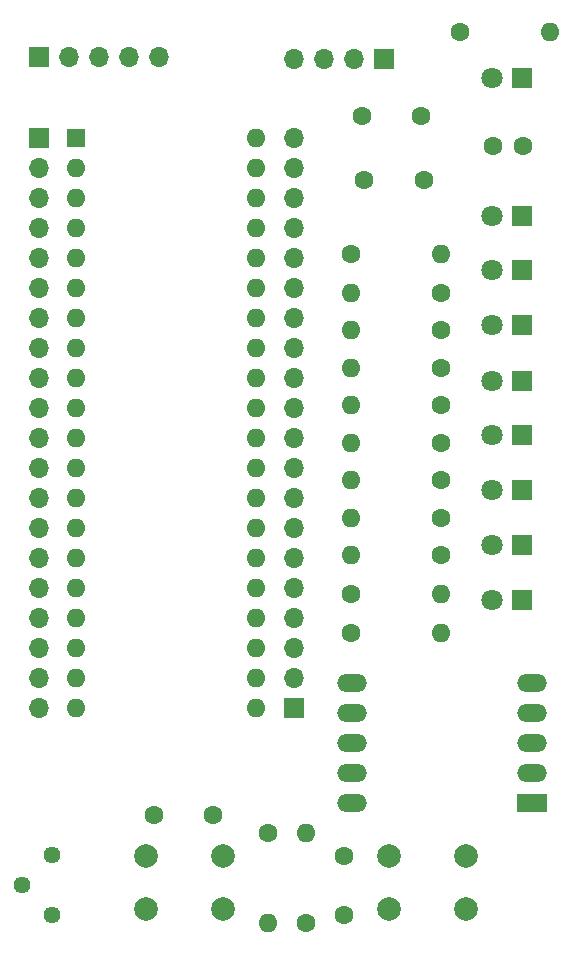
<source format=gbr>
%TF.GenerationSoftware,KiCad,Pcbnew,(5.1.7)-1*%
%TF.CreationDate,2021-01-23T22:43:51+00:00*%
%TF.ProjectId,Projeto1,50726f6a-6574-46f3-912e-6b696361645f,rev?*%
%TF.SameCoordinates,Original*%
%TF.FileFunction,Soldermask,Bot*%
%TF.FilePolarity,Negative*%
%FSLAX46Y46*%
G04 Gerber Fmt 4.6, Leading zero omitted, Abs format (unit mm)*
G04 Created by KiCad (PCBNEW (5.1.7)-1) date 2021-01-23 22:43:51*
%MOMM*%
%LPD*%
G01*
G04 APERTURE LIST*
%ADD10O,1.700000X1.700000*%
%ADD11R,1.700000X1.700000*%
%ADD12O,1.600000X1.600000*%
%ADD13R,1.600000X1.600000*%
%ADD14C,1.800000*%
%ADD15R,1.800000X1.800000*%
%ADD16C,1.600000*%
%ADD17R,2.524000X1.524000*%
%ADD18O,2.524000X1.524000*%
%ADD19C,1.440000*%
%ADD20C,2.000000*%
G04 APERTURE END LIST*
D10*
%TO.C,J1*%
X128270000Y-74168000D03*
X125730000Y-74168000D03*
X123190000Y-74168000D03*
X120650000Y-74168000D03*
D11*
X118110000Y-74168000D03*
%TD*%
D10*
%TO.C,J4*%
X118110000Y-129286000D03*
X118110000Y-126746000D03*
X118110000Y-124206000D03*
X118110000Y-121666000D03*
X118110000Y-119126000D03*
X118110000Y-116586000D03*
X118110000Y-114046000D03*
X118110000Y-111506000D03*
X118110000Y-108966000D03*
X118110000Y-106426000D03*
X118110000Y-103886000D03*
X118110000Y-101346000D03*
X118110000Y-98806000D03*
X118110000Y-96266000D03*
X118110000Y-93726000D03*
X118110000Y-91186000D03*
X118110000Y-88646000D03*
X118110000Y-86106000D03*
X118110000Y-83566000D03*
D11*
X118110000Y-81026000D03*
%TD*%
D12*
%TO.C,PIC18F4580*%
X136525000Y-81026000D03*
X121285000Y-129286000D03*
X136525000Y-83566000D03*
X121285000Y-126746000D03*
X136525000Y-86106000D03*
X121285000Y-124206000D03*
X136525000Y-88646000D03*
X121285000Y-121666000D03*
X136525000Y-91186000D03*
X121285000Y-119126000D03*
X136525000Y-93726000D03*
X121285000Y-116586000D03*
X136525000Y-96266000D03*
X121285000Y-114046000D03*
X136525000Y-98806000D03*
X121285000Y-111506000D03*
X136525000Y-101346000D03*
X121285000Y-108966000D03*
X136525000Y-103886000D03*
X121285000Y-106426000D03*
X136525000Y-106426000D03*
X121285000Y-103886000D03*
X136525000Y-108966000D03*
X121285000Y-101346000D03*
X136525000Y-111506000D03*
X121285000Y-98806000D03*
X136525000Y-114046000D03*
X121285000Y-96266000D03*
X136525000Y-116586000D03*
X121285000Y-93726000D03*
X136525000Y-119126000D03*
X121285000Y-91186000D03*
X136525000Y-121666000D03*
X121285000Y-88646000D03*
X136525000Y-124206000D03*
X121285000Y-86106000D03*
X136525000Y-126746000D03*
X121285000Y-83566000D03*
X136525000Y-129286000D03*
D13*
X121285000Y-81026000D03*
%TD*%
D14*
%TO.C,D9*%
X156464000Y-75946000D03*
D15*
X159004000Y-75946000D03*
%TD*%
D16*
%TO.C,R14*%
X150749000Y-84582000D03*
X145669000Y-84582000D03*
%TD*%
D12*
%TO.C,R15*%
X152146000Y-90805000D03*
D16*
X144526000Y-90805000D03*
%TD*%
D12*
%TO.C,R13*%
X152146000Y-122936000D03*
D16*
X144526000Y-122936000D03*
%TD*%
D12*
%TO.C,R12*%
X152146000Y-119634000D03*
D16*
X144526000Y-119634000D03*
%TD*%
D12*
%TO.C,R10*%
X137541000Y-147447000D03*
D16*
X137541000Y-139827000D03*
%TD*%
D12*
%TO.C,R9*%
X140716000Y-139827000D03*
D16*
X140716000Y-147447000D03*
%TD*%
D17*
%TO.C,AFF1*%
X159893000Y-137287000D03*
D18*
X159893000Y-134747000D03*
X159893000Y-132207000D03*
X159893000Y-129667000D03*
X159893000Y-127127000D03*
X144653000Y-127127000D03*
X144653000Y-129667000D03*
X144653000Y-132207000D03*
X144653000Y-134747000D03*
X144653000Y-137287000D03*
%TD*%
D12*
%TO.C,R11*%
X161417000Y-72009000D03*
D16*
X153797000Y-72009000D03*
%TD*%
D19*
%TO.C,RV1*%
X119253000Y-141732000D03*
X116713000Y-144272000D03*
X119253000Y-146812000D03*
%TD*%
D16*
%TO.C,C5*%
X159091000Y-81661000D03*
X156591000Y-81661000D03*
%TD*%
D20*
%TO.C,Bot\u00E3o1*%
X147805000Y-146307000D03*
X147805000Y-141807000D03*
X154305000Y-146307000D03*
X154305000Y-141807000D03*
%TD*%
%TO.C,RESET1*%
X127231000Y-146304000D03*
X127231000Y-141804000D03*
X133731000Y-146304000D03*
X133731000Y-141804000D03*
%TD*%
D10*
%TO.C,J3*%
X139700000Y-81026000D03*
X139700000Y-83566000D03*
X139700000Y-86106000D03*
X139700000Y-88646000D03*
X139700000Y-91186000D03*
X139700000Y-93726000D03*
X139700000Y-96266000D03*
X139700000Y-98806000D03*
X139700000Y-101346000D03*
X139700000Y-103886000D03*
X139700000Y-106426000D03*
X139700000Y-108966000D03*
X139700000Y-111506000D03*
X139700000Y-114046000D03*
X139700000Y-116586000D03*
X139700000Y-119126000D03*
X139700000Y-121666000D03*
X139700000Y-124206000D03*
X139700000Y-126746000D03*
D11*
X139700000Y-129286000D03*
%TD*%
D10*
%TO.C,J2*%
X139700000Y-74295000D03*
X142240000Y-74295000D03*
X144780000Y-74295000D03*
D11*
X147320000Y-74295000D03*
%TD*%
D14*
%TO.C,D8*%
X156464000Y-120142000D03*
D15*
X159004000Y-120142000D03*
%TD*%
D14*
%TO.C,D7*%
X156464000Y-115443000D03*
D15*
X159004000Y-115443000D03*
%TD*%
D14*
%TO.C,D6*%
X156464000Y-110808000D03*
D15*
X159004000Y-110808000D03*
%TD*%
D14*
%TO.C,D5*%
X156464000Y-106172000D03*
D15*
X159004000Y-106172000D03*
%TD*%
D14*
%TO.C,D4*%
X156464000Y-101536000D03*
D15*
X159004000Y-101536000D03*
%TD*%
D14*
%TO.C,D3*%
X156464000Y-96837500D03*
D15*
X159004000Y-96837500D03*
%TD*%
D14*
%TO.C,D2*%
X156464000Y-92202000D03*
D15*
X159004000Y-92202000D03*
%TD*%
D14*
%TO.C,D1*%
X156464000Y-87566500D03*
D15*
X159004000Y-87566500D03*
%TD*%
D16*
%TO.C,C3*%
X145495000Y-79121000D03*
X150495000Y-79121000D03*
%TD*%
D12*
%TO.C,R8*%
X144526000Y-100457000D03*
D16*
X152146000Y-100457000D03*
%TD*%
D12*
%TO.C,R7*%
X144526000Y-103632000D03*
D16*
X152146000Y-103632000D03*
%TD*%
D12*
%TO.C,R6*%
X144526000Y-106807000D03*
D16*
X152146000Y-106807000D03*
%TD*%
D12*
%TO.C,R5*%
X144526000Y-109982000D03*
D16*
X152146000Y-109982000D03*
%TD*%
D12*
%TO.C,R4*%
X144526000Y-113157000D03*
D16*
X152146000Y-113157000D03*
%TD*%
D12*
%TO.C,R3*%
X144526000Y-116332000D03*
D16*
X152146000Y-116332000D03*
%TD*%
D12*
%TO.C,R2*%
X144526000Y-97282000D03*
D16*
X152146000Y-97282000D03*
%TD*%
D12*
%TO.C,R1*%
X144526000Y-94107000D03*
D16*
X152146000Y-94107000D03*
%TD*%
%TO.C,C1*%
X132889000Y-138303000D03*
X127889000Y-138303000D03*
%TD*%
%TO.C,C2*%
X143987520Y-146759940D03*
X143987520Y-141759940D03*
%TD*%
M02*

</source>
